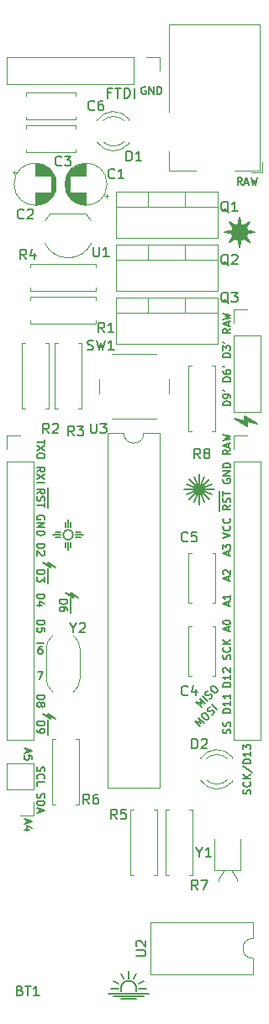
<source format=gto>
G04 #@! TF.GenerationSoftware,KiCad,Pcbnew,5.0.2-bee76a0~70~ubuntu16.04.1*
G04 #@! TF.CreationDate,2020-05-09T17:59:02-07:00*
G04 #@! TF.ProjectId,sunrise-board,73756e72-6973-4652-9d62-6f6172642e6b,v1*
G04 #@! TF.SameCoordinates,Original*
G04 #@! TF.FileFunction,Legend,Top*
G04 #@! TF.FilePolarity,Positive*
%FSLAX46Y46*%
G04 Gerber Fmt 4.6, Leading zero omitted, Abs format (unit mm)*
G04 Created by KiCad (PCBNEW 5.0.2-bee76a0~70~ubuntu16.04.1) date Sat 09 May 2020 05:59:02 PM PDT*
%MOMM*%
%LPD*%
G01*
G04 APERTURE LIST*
%ADD10C,0.152400*%
%ADD11C,0.150000*%
%ADD12C,1.270000*%
%ADD13C,0.762000*%
%ADD14C,0.120000*%
G04 APERTURE END LIST*
D10*
X136906000Y-143256000D02*
X136144000Y-143256000D01*
X138938000Y-143256000D02*
X139700000Y-143256000D01*
X137160002Y-143510000D02*
G75*
G02X138683999Y-143509999I761998J254000D01*
G01*
X136398000Y-144018000D02*
X139446000Y-144018000D01*
X139954000Y-143764000D02*
X135890000Y-143764000D01*
X137922000Y-142240000D02*
X137922000Y-141478000D01*
X138938000Y-142748000D02*
X139446000Y-142494000D01*
X138430000Y-142240000D02*
X138684000Y-141732000D01*
X136906000Y-142748000D02*
X136398000Y-142494000D01*
X137414000Y-142240000D02*
X137160000Y-141732000D01*
X137160000Y-144272000D02*
X138684000Y-144272000D01*
D11*
G36*
X150114000Y-68072000D02*
X148844000Y-67310000D01*
X149352000Y-66802000D01*
X150114000Y-68072000D01*
G37*
X150114000Y-68072000D02*
X148844000Y-67310000D01*
X149352000Y-66802000D01*
X150114000Y-68072000D01*
G36*
X148082000Y-68072000D02*
X148844000Y-66802000D01*
X149352000Y-67310000D01*
X148082000Y-68072000D01*
G37*
X148082000Y-68072000D02*
X148844000Y-66802000D01*
X149352000Y-67310000D01*
X148082000Y-68072000D01*
G36*
X148082000Y-66040000D02*
X149352000Y-66802000D01*
X148844000Y-67310000D01*
X148082000Y-66040000D01*
G37*
X148082000Y-66040000D02*
X149352000Y-66802000D01*
X148844000Y-67310000D01*
X148082000Y-66040000D01*
G36*
X150114000Y-66040000D02*
X149352000Y-67310000D01*
X148844000Y-66802000D01*
X150114000Y-66040000D01*
G37*
X150114000Y-66040000D02*
X149352000Y-67310000D01*
X148844000Y-66802000D01*
X150114000Y-66040000D01*
G36*
X150622000Y-67056000D02*
X149098000Y-67310000D01*
X149098000Y-66802000D01*
X150622000Y-67056000D01*
G37*
X150622000Y-67056000D02*
X149098000Y-67310000D01*
X149098000Y-66802000D01*
X150622000Y-67056000D01*
G36*
X149098000Y-68580000D02*
X148844000Y-67056000D01*
X149352000Y-67056000D01*
X149098000Y-68580000D01*
G37*
X149098000Y-68580000D02*
X148844000Y-67056000D01*
X149352000Y-67056000D01*
X149098000Y-68580000D01*
G36*
X147574000Y-67056000D02*
X149098000Y-66802000D01*
X149098000Y-67310000D01*
X147574000Y-67056000D01*
G37*
X147574000Y-67056000D02*
X149098000Y-66802000D01*
X149098000Y-67310000D01*
X147574000Y-67056000D01*
G36*
X149098000Y-65532000D02*
X149352000Y-67056000D01*
X148844000Y-67056000D01*
X149098000Y-65532000D01*
G37*
X149098000Y-65532000D02*
X149352000Y-67056000D01*
X148844000Y-67056000D01*
X149098000Y-65532000D01*
G36*
X149098000Y-65532000D02*
X149352000Y-67056000D01*
X148844000Y-67056000D01*
X149098000Y-65532000D01*
G37*
X149098000Y-65532000D02*
X149352000Y-67056000D01*
X148844000Y-67056000D01*
X149098000Y-65532000D01*
D12*
X149352000Y-67056000D02*
G75*
G03X149352000Y-67056000I-254000J0D01*
G01*
D10*
X146304000Y-93472000D02*
X143764000Y-92456000D01*
X143764000Y-93472000D02*
X146304000Y-92456000D01*
X145542000Y-91694000D02*
X144526000Y-94234000D01*
X145542000Y-94234000D02*
X144526000Y-91694000D01*
X144018000Y-91948000D02*
X146050000Y-93980000D01*
X144018000Y-93980000D02*
X146050000Y-91948000D01*
X145034000Y-91440000D02*
X145034000Y-94488000D01*
X146558000Y-92964000D02*
X143510000Y-92964000D01*
D13*
X145288000Y-92964000D02*
G75*
G03X145288000Y-92964000I-254000J0D01*
G01*
D10*
X131572000Y-98298000D02*
X131572000Y-98806000D01*
X132080000Y-98806000D02*
X132080000Y-98298000D01*
X131826000Y-98298000D02*
X131826000Y-99060000D01*
X131064000Y-97790000D02*
X130556000Y-97790000D01*
X131064000Y-97282000D02*
X130556000Y-97282000D01*
X131064000Y-97536000D02*
X130302000Y-97536000D01*
X131572000Y-96774000D02*
X131572000Y-96266000D01*
X132080000Y-96774000D02*
X132080000Y-96266000D01*
X131826000Y-96774000D02*
X131826000Y-96012000D01*
X132334000Y-97536000D02*
G75*
G03X132334000Y-97536000I-508000J0D01*
G01*
X132588000Y-97790000D02*
X133096000Y-97790000D01*
X132588000Y-97282000D02*
X133096000Y-97282000D01*
X132588000Y-97536000D02*
X133350000Y-97536000D01*
X149333857Y-62320714D02*
X149079857Y-61957857D01*
X148898428Y-62320714D02*
X148898428Y-61558714D01*
X149188714Y-61558714D01*
X149261285Y-61595000D01*
X149297571Y-61631285D01*
X149333857Y-61703857D01*
X149333857Y-61812714D01*
X149297571Y-61885285D01*
X149261285Y-61921571D01*
X149188714Y-61957857D01*
X148898428Y-61957857D01*
X149624142Y-62103000D02*
X149987000Y-62103000D01*
X149551571Y-62320714D02*
X149805571Y-61558714D01*
X150059571Y-62320714D01*
X150241000Y-61558714D02*
X150422428Y-62320714D01*
X150567571Y-61776428D01*
X150712714Y-62320714D01*
X150894142Y-61558714D01*
X127635000Y-119089714D02*
X127635000Y-119452571D01*
X127417285Y-119017142D02*
X128179285Y-119271142D01*
X127417285Y-119525142D01*
X128179285Y-120142000D02*
X128179285Y-119779142D01*
X127816428Y-119742857D01*
X127852714Y-119779142D01*
X127889000Y-119851714D01*
X127889000Y-120033142D01*
X127852714Y-120105714D01*
X127816428Y-120142000D01*
X127743857Y-120178285D01*
X127562428Y-120178285D01*
X127489857Y-120142000D01*
X127453571Y-120105714D01*
X127417285Y-120033142D01*
X127417285Y-119851714D01*
X127453571Y-119779142D01*
X127489857Y-119742857D01*
X127635000Y-126201714D02*
X127635000Y-126564571D01*
X127417285Y-126129142D02*
X128179285Y-126383142D01*
X127417285Y-126637142D01*
X127925285Y-127217714D02*
X127417285Y-127217714D01*
X128215571Y-127036285D02*
X127671285Y-126854857D01*
X127671285Y-127326571D01*
X148172714Y-84509428D02*
X147410714Y-84509428D01*
X147410714Y-84328000D01*
X147447000Y-84219142D01*
X147519571Y-84146571D01*
X147592142Y-84110285D01*
X147737285Y-84074000D01*
X147846142Y-84074000D01*
X147991285Y-84110285D01*
X148063857Y-84146571D01*
X148136428Y-84219142D01*
X148172714Y-84328000D01*
X148172714Y-84509428D01*
X148172714Y-83711142D02*
X148172714Y-83566000D01*
X148136428Y-83493428D01*
X148100142Y-83457142D01*
X147991285Y-83384571D01*
X147846142Y-83348285D01*
X147555857Y-83348285D01*
X147483285Y-83384571D01*
X147447000Y-83420857D01*
X147410714Y-83493428D01*
X147410714Y-83638571D01*
X147447000Y-83711142D01*
X147483285Y-83747428D01*
X147555857Y-83783714D01*
X147737285Y-83783714D01*
X147809857Y-83747428D01*
X147846142Y-83711142D01*
X147882428Y-83638571D01*
X147882428Y-83493428D01*
X147846142Y-83420857D01*
X147809857Y-83384571D01*
X147737285Y-83348285D01*
X147410714Y-82985428D02*
X147555857Y-83058000D01*
X148172714Y-82078285D02*
X147410714Y-82078285D01*
X147410714Y-81896857D01*
X147447000Y-81788000D01*
X147519571Y-81715428D01*
X147592142Y-81679142D01*
X147737285Y-81642857D01*
X147846142Y-81642857D01*
X147991285Y-81679142D01*
X148063857Y-81715428D01*
X148136428Y-81788000D01*
X148172714Y-81896857D01*
X148172714Y-82078285D01*
X147410714Y-80989714D02*
X147410714Y-81134857D01*
X147447000Y-81207428D01*
X147483285Y-81243714D01*
X147592142Y-81316285D01*
X147737285Y-81352571D01*
X148027571Y-81352571D01*
X148100142Y-81316285D01*
X148136428Y-81280000D01*
X148172714Y-81207428D01*
X148172714Y-81062285D01*
X148136428Y-80989714D01*
X148100142Y-80953428D01*
X148027571Y-80917142D01*
X147846142Y-80917142D01*
X147773571Y-80953428D01*
X147737285Y-80989714D01*
X147701000Y-81062285D01*
X147701000Y-81207428D01*
X147737285Y-81280000D01*
X147773571Y-81316285D01*
X147846142Y-81352571D01*
X147410714Y-80554285D02*
X147555857Y-80626857D01*
X128669142Y-108447840D02*
X129394857Y-108447840D01*
X129177142Y-108777314D02*
X129032000Y-108777314D01*
X128959428Y-108813600D01*
X128923142Y-108849885D01*
X128850571Y-108958742D01*
X128814285Y-109103885D01*
X128814285Y-109394171D01*
X128850571Y-109466742D01*
X128886857Y-109503028D01*
X128959428Y-109539314D01*
X129104571Y-109539314D01*
X129177142Y-109503028D01*
X129213428Y-109466742D01*
X129249714Y-109394171D01*
X129249714Y-109212742D01*
X129213428Y-109140171D01*
X129177142Y-109103885D01*
X129104571Y-109067600D01*
X128959428Y-109067600D01*
X128886857Y-109103885D01*
X128850571Y-109140171D01*
X128814285Y-109212742D01*
X128778000Y-111368114D02*
X129286000Y-111368114D01*
X128959428Y-112130114D01*
D11*
G36*
X148590000Y-85852000D02*
X149860000Y-86614000D01*
X149860000Y-86106000D01*
X150876000Y-86360000D01*
X149606000Y-85598000D01*
X149606000Y-86106000D01*
X148590000Y-85852000D01*
G37*
X148590000Y-85852000D02*
X149860000Y-86614000D01*
X149860000Y-86106000D01*
X150876000Y-86360000D01*
X149606000Y-85598000D01*
X149606000Y-86106000D01*
X148590000Y-85852000D01*
D10*
X148172714Y-79647142D02*
X147410714Y-79647142D01*
X147410714Y-79465714D01*
X147447000Y-79356857D01*
X147519571Y-79284285D01*
X147592142Y-79248000D01*
X147737285Y-79211714D01*
X147846142Y-79211714D01*
X147991285Y-79248000D01*
X148063857Y-79284285D01*
X148136428Y-79356857D01*
X148172714Y-79465714D01*
X148172714Y-79647142D01*
X147410714Y-78957714D02*
X147410714Y-78486000D01*
X147701000Y-78740000D01*
X147701000Y-78631142D01*
X147737285Y-78558571D01*
X147773571Y-78522285D01*
X147846142Y-78486000D01*
X148027571Y-78486000D01*
X148100142Y-78522285D01*
X148136428Y-78558571D01*
X148172714Y-78631142D01*
X148172714Y-78848857D01*
X148136428Y-78921428D01*
X148100142Y-78957714D01*
X147410714Y-78123142D02*
X147555857Y-78195714D01*
X148172714Y-76780571D02*
X147809857Y-77034571D01*
X148172714Y-77216000D02*
X147410714Y-77216000D01*
X147410714Y-76925714D01*
X147447000Y-76853142D01*
X147483285Y-76816857D01*
X147555857Y-76780571D01*
X147664714Y-76780571D01*
X147737285Y-76816857D01*
X147773571Y-76853142D01*
X147809857Y-76925714D01*
X147809857Y-77216000D01*
X147955000Y-76490285D02*
X147955000Y-76127428D01*
X148172714Y-76562857D02*
X147410714Y-76308857D01*
X148172714Y-76054857D01*
X147410714Y-75873428D02*
X148172714Y-75692000D01*
X147628428Y-75546857D01*
X148172714Y-75401714D01*
X147410714Y-75220285D01*
X150168428Y-123643571D02*
X150204714Y-123534714D01*
X150204714Y-123353285D01*
X150168428Y-123280714D01*
X150132142Y-123244428D01*
X150059571Y-123208142D01*
X149987000Y-123208142D01*
X149914428Y-123244428D01*
X149878142Y-123280714D01*
X149841857Y-123353285D01*
X149805571Y-123498428D01*
X149769285Y-123571000D01*
X149733000Y-123607285D01*
X149660428Y-123643571D01*
X149587857Y-123643571D01*
X149515285Y-123607285D01*
X149479000Y-123571000D01*
X149442714Y-123498428D01*
X149442714Y-123317000D01*
X149479000Y-123208142D01*
X150132142Y-122446142D02*
X150168428Y-122482428D01*
X150204714Y-122591285D01*
X150204714Y-122663857D01*
X150168428Y-122772714D01*
X150095857Y-122845285D01*
X150023285Y-122881571D01*
X149878142Y-122917857D01*
X149769285Y-122917857D01*
X149624142Y-122881571D01*
X149551571Y-122845285D01*
X149479000Y-122772714D01*
X149442714Y-122663857D01*
X149442714Y-122591285D01*
X149479000Y-122482428D01*
X149515285Y-122446142D01*
X150204714Y-122119571D02*
X149442714Y-122119571D01*
X150204714Y-121684142D02*
X149769285Y-122010714D01*
X149442714Y-121684142D02*
X149878142Y-122119571D01*
X149406428Y-120813285D02*
X150386142Y-121466428D01*
X150204714Y-120559285D02*
X149442714Y-120559285D01*
X149442714Y-120377857D01*
X149479000Y-120269000D01*
X149551571Y-120196428D01*
X149624142Y-120160142D01*
X149769285Y-120123857D01*
X149878142Y-120123857D01*
X150023285Y-120160142D01*
X150095857Y-120196428D01*
X150168428Y-120269000D01*
X150204714Y-120377857D01*
X150204714Y-120559285D01*
X150204714Y-119398142D02*
X150204714Y-119833571D01*
X150204714Y-119615857D02*
X149442714Y-119615857D01*
X149551571Y-119688428D01*
X149624142Y-119761000D01*
X149660428Y-119833571D01*
X149442714Y-119144142D02*
X149442714Y-118672428D01*
X149733000Y-118926428D01*
X149733000Y-118817571D01*
X149769285Y-118745000D01*
X149805571Y-118708714D01*
X149878142Y-118672428D01*
X150059571Y-118672428D01*
X150132142Y-118708714D01*
X150168428Y-118745000D01*
X150204714Y-118817571D01*
X150204714Y-119035285D01*
X150168428Y-119107857D01*
X150132142Y-119144142D01*
D11*
G36*
X130048000Y-100838000D02*
X130048000Y-100584000D01*
X130556000Y-100838000D01*
X129794000Y-100330000D01*
X129794000Y-100584000D01*
X129286000Y-100330000D01*
X130048000Y-100838000D01*
G37*
X130048000Y-100838000D02*
X130048000Y-100584000D01*
X130556000Y-100838000D01*
X129794000Y-100330000D01*
X129794000Y-100584000D01*
X129286000Y-100330000D01*
X130048000Y-100838000D01*
G36*
X132334000Y-103886000D02*
X132334000Y-103632000D01*
X132842000Y-103886000D01*
X132080000Y-103378000D01*
X132080000Y-103632000D01*
X131572000Y-103378000D01*
X132334000Y-103886000D01*
G37*
X132334000Y-103886000D02*
X132334000Y-103632000D01*
X132842000Y-103886000D01*
X132080000Y-103378000D01*
X132080000Y-103632000D01*
X131572000Y-103378000D01*
X132334000Y-103886000D01*
G36*
X130048000Y-116078000D02*
X130048000Y-115824000D01*
X130556000Y-116078000D01*
X129794000Y-115570000D01*
X129794000Y-115824000D01*
X129286000Y-115570000D01*
X130048000Y-116078000D01*
G37*
X130048000Y-116078000D02*
X130048000Y-115824000D01*
X130556000Y-116078000D01*
X129794000Y-115570000D01*
X129794000Y-115824000D01*
X129286000Y-115570000D01*
X130048000Y-116078000D01*
D10*
X128687285Y-113683142D02*
X129449285Y-113683142D01*
X129449285Y-113864571D01*
X129413000Y-113973428D01*
X129340428Y-114046000D01*
X129267857Y-114082285D01*
X129122714Y-114118571D01*
X129013857Y-114118571D01*
X128868714Y-114082285D01*
X128796142Y-114046000D01*
X128723571Y-113973428D01*
X128687285Y-113864571D01*
X128687285Y-113683142D01*
X129122714Y-114554000D02*
X129159000Y-114481428D01*
X129195285Y-114445142D01*
X129267857Y-114408857D01*
X129304142Y-114408857D01*
X129376714Y-114445142D01*
X129413000Y-114481428D01*
X129449285Y-114554000D01*
X129449285Y-114699142D01*
X129413000Y-114771714D01*
X129376714Y-114808000D01*
X129304142Y-114844285D01*
X129267857Y-114844285D01*
X129195285Y-114808000D01*
X129159000Y-114771714D01*
X129122714Y-114699142D01*
X129122714Y-114554000D01*
X129086428Y-114481428D01*
X129050142Y-114445142D01*
X128977571Y-114408857D01*
X128832428Y-114408857D01*
X128759857Y-114445142D01*
X128723571Y-114481428D01*
X128687285Y-114554000D01*
X128687285Y-114699142D01*
X128723571Y-114771714D01*
X128759857Y-114808000D01*
X128832428Y-114844285D01*
X128977571Y-114844285D01*
X129050142Y-114808000D01*
X129086428Y-114771714D01*
X129122714Y-114699142D01*
X129778760Y-116150571D02*
X129778760Y-116912571D01*
X128687285Y-116332000D02*
X129449285Y-116332000D01*
X129449285Y-116513428D01*
X129413000Y-116622285D01*
X129340428Y-116694857D01*
X129267857Y-116731142D01*
X129122714Y-116767428D01*
X129013857Y-116767428D01*
X128868714Y-116731142D01*
X128796142Y-116694857D01*
X128723571Y-116622285D01*
X128687285Y-116513428D01*
X128687285Y-116332000D01*
X129778760Y-116912571D02*
X129778760Y-117638285D01*
X128687285Y-117130285D02*
X128687285Y-117275428D01*
X128723571Y-117348000D01*
X128759857Y-117384285D01*
X128868714Y-117456857D01*
X129013857Y-117493142D01*
X129304142Y-117493142D01*
X129376714Y-117456857D01*
X129413000Y-117420571D01*
X129449285Y-117348000D01*
X129449285Y-117202857D01*
X129413000Y-117130285D01*
X129376714Y-117094000D01*
X129304142Y-117057714D01*
X129122714Y-117057714D01*
X129050142Y-117094000D01*
X129013857Y-117130285D01*
X128977571Y-117202857D01*
X128977571Y-117348000D01*
X129013857Y-117420571D01*
X129050142Y-117456857D01*
X129122714Y-117493142D01*
X128687285Y-103523142D02*
X129449285Y-103523142D01*
X129449285Y-103704571D01*
X129413000Y-103813428D01*
X129340428Y-103886000D01*
X129267857Y-103922285D01*
X129122714Y-103958571D01*
X129013857Y-103958571D01*
X128868714Y-103922285D01*
X128796142Y-103886000D01*
X128723571Y-103813428D01*
X128687285Y-103704571D01*
X128687285Y-103523142D01*
X129195285Y-104611714D02*
X128687285Y-104611714D01*
X129485571Y-104430285D02*
X128941285Y-104248857D01*
X128941285Y-104720571D01*
X128687285Y-106172000D02*
X129449285Y-106172000D01*
X129449285Y-106353428D01*
X129413000Y-106462285D01*
X129340428Y-106534857D01*
X129267857Y-106571142D01*
X129122714Y-106607428D01*
X129013857Y-106607428D01*
X128868714Y-106571142D01*
X128796142Y-106534857D01*
X128723571Y-106462285D01*
X128687285Y-106353428D01*
X128687285Y-106172000D01*
X129449285Y-107296857D02*
X129449285Y-106934000D01*
X129086428Y-106897714D01*
X129122714Y-106934000D01*
X129159000Y-107006571D01*
X129159000Y-107188000D01*
X129122714Y-107260571D01*
X129086428Y-107296857D01*
X129013857Y-107333142D01*
X128832428Y-107333142D01*
X128759857Y-107296857D01*
X128723571Y-107260571D01*
X128687285Y-107188000D01*
X128687285Y-107006571D01*
X128723571Y-106934000D01*
X128759857Y-106897714D01*
X128687285Y-98443142D02*
X129449285Y-98443142D01*
X129449285Y-98624571D01*
X129413000Y-98733428D01*
X129340428Y-98806000D01*
X129267857Y-98842285D01*
X129122714Y-98878571D01*
X129013857Y-98878571D01*
X128868714Y-98842285D01*
X128796142Y-98806000D01*
X128723571Y-98733428D01*
X128687285Y-98624571D01*
X128687285Y-98443142D01*
X129376714Y-99168857D02*
X129413000Y-99205142D01*
X129449285Y-99277714D01*
X129449285Y-99459142D01*
X129413000Y-99531714D01*
X129376714Y-99568000D01*
X129304142Y-99604285D01*
X129231571Y-99604285D01*
X129122714Y-99568000D01*
X128687285Y-99132571D01*
X128687285Y-99604285D01*
X129778760Y-100910571D02*
X129778760Y-101672571D01*
X128687285Y-101092000D02*
X129449285Y-101092000D01*
X129449285Y-101273428D01*
X129413000Y-101382285D01*
X129340428Y-101454857D01*
X129267857Y-101491142D01*
X129122714Y-101527428D01*
X129013857Y-101527428D01*
X128868714Y-101491142D01*
X128796142Y-101454857D01*
X128723571Y-101382285D01*
X128687285Y-101273428D01*
X128687285Y-101092000D01*
X129778760Y-101672571D02*
X129778760Y-102398285D01*
X129449285Y-101781428D02*
X129449285Y-102253142D01*
X129159000Y-101999142D01*
X129159000Y-102108000D01*
X129122714Y-102180571D01*
X129086428Y-102216857D01*
X129013857Y-102253142D01*
X128832428Y-102253142D01*
X128759857Y-102216857D01*
X128723571Y-102180571D01*
X128687285Y-102108000D01*
X128687285Y-101890285D01*
X128723571Y-101817714D01*
X128759857Y-101781428D01*
X129778760Y-92764428D02*
X129778760Y-93526428D01*
X128687285Y-93381285D02*
X129050142Y-93127285D01*
X128687285Y-92945857D02*
X129449285Y-92945857D01*
X129449285Y-93236142D01*
X129413000Y-93308714D01*
X129376714Y-93345000D01*
X129304142Y-93381285D01*
X129195285Y-93381285D01*
X129122714Y-93345000D01*
X129086428Y-93308714D01*
X129050142Y-93236142D01*
X129050142Y-92945857D01*
X129778760Y-93526428D02*
X129778760Y-94252142D01*
X128723571Y-93671571D02*
X128687285Y-93780428D01*
X128687285Y-93961857D01*
X128723571Y-94034428D01*
X128759857Y-94070714D01*
X128832428Y-94107000D01*
X128905000Y-94107000D01*
X128977571Y-94070714D01*
X129013857Y-94034428D01*
X129050142Y-93961857D01*
X129086428Y-93816714D01*
X129122714Y-93744142D01*
X129159000Y-93707857D01*
X129231571Y-93671571D01*
X129304142Y-93671571D01*
X129376714Y-93707857D01*
X129413000Y-93744142D01*
X129449285Y-93816714D01*
X129449285Y-93998142D01*
X129413000Y-94107000D01*
X129778760Y-94252142D02*
X129778760Y-94832714D01*
X129449285Y-94324714D02*
X129449285Y-94760142D01*
X128687285Y-94542428D02*
X129449285Y-94542428D01*
X129413000Y-95993857D02*
X129449285Y-95921285D01*
X129449285Y-95812428D01*
X129413000Y-95703571D01*
X129340428Y-95631000D01*
X129267857Y-95594714D01*
X129122714Y-95558428D01*
X129013857Y-95558428D01*
X128868714Y-95594714D01*
X128796142Y-95631000D01*
X128723571Y-95703571D01*
X128687285Y-95812428D01*
X128687285Y-95885000D01*
X128723571Y-95993857D01*
X128759857Y-96030142D01*
X129013857Y-96030142D01*
X129013857Y-95885000D01*
X128687285Y-96356714D02*
X129449285Y-96356714D01*
X128687285Y-96792142D01*
X129449285Y-96792142D01*
X128687285Y-97155000D02*
X129449285Y-97155000D01*
X129449285Y-97336428D01*
X129413000Y-97445285D01*
X129340428Y-97517857D01*
X129267857Y-97554142D01*
X129122714Y-97590428D01*
X129013857Y-97590428D01*
X128868714Y-97554142D01*
X128796142Y-97517857D01*
X128723571Y-97445285D01*
X128687285Y-97336428D01*
X128687285Y-97155000D01*
X129449285Y-87974714D02*
X129449285Y-88410142D01*
X128687285Y-88192428D02*
X129449285Y-88192428D01*
X129449285Y-88591571D02*
X128687285Y-89099571D01*
X129449285Y-89099571D02*
X128687285Y-88591571D01*
X129449285Y-89535000D02*
X129449285Y-89680142D01*
X129413000Y-89752714D01*
X129340428Y-89825285D01*
X129195285Y-89861571D01*
X128941285Y-89861571D01*
X128796142Y-89825285D01*
X128723571Y-89752714D01*
X128687285Y-89680142D01*
X128687285Y-89535000D01*
X128723571Y-89462428D01*
X128796142Y-89389857D01*
X128941285Y-89353571D01*
X129195285Y-89353571D01*
X129340428Y-89389857D01*
X129413000Y-89462428D01*
X129449285Y-89535000D01*
X128687285Y-91204142D02*
X129050142Y-90950142D01*
X128687285Y-90768714D02*
X129449285Y-90768714D01*
X129449285Y-91059000D01*
X129413000Y-91131571D01*
X129376714Y-91167857D01*
X129304142Y-91204142D01*
X129195285Y-91204142D01*
X129122714Y-91167857D01*
X129086428Y-91131571D01*
X129050142Y-91059000D01*
X129050142Y-90768714D01*
X129449285Y-91458142D02*
X128687285Y-91966142D01*
X129449285Y-91966142D02*
X128687285Y-91458142D01*
X128687285Y-92256428D02*
X129449285Y-92256428D01*
X145253361Y-114922151D02*
X144714546Y-114383336D01*
X145279019Y-114588599D01*
X145073756Y-114024126D01*
X145612572Y-114562941D01*
X145869150Y-114306362D02*
X145330335Y-113767547D01*
X146074413Y-114049783D02*
X146177045Y-113998468D01*
X146305334Y-113870178D01*
X146330992Y-113793205D01*
X146330992Y-113741889D01*
X146305334Y-113664915D01*
X146254019Y-113613600D01*
X146177045Y-113587942D01*
X146125729Y-113587942D01*
X146048756Y-113613600D01*
X145920466Y-113690573D01*
X145843493Y-113716231D01*
X145792177Y-113716231D01*
X145715203Y-113690573D01*
X145663887Y-113639257D01*
X145638230Y-113562284D01*
X145638230Y-113510968D01*
X145663887Y-113433994D01*
X145792177Y-113305705D01*
X145894808Y-113254389D01*
X146202703Y-112895179D02*
X146305334Y-112792548D01*
X146382308Y-112766890D01*
X146484939Y-112766890D01*
X146613229Y-112843863D01*
X146792834Y-113023468D01*
X146869808Y-113151758D01*
X146869808Y-113254389D01*
X146844150Y-113331363D01*
X146741518Y-113433994D01*
X146664545Y-113459652D01*
X146561913Y-113459652D01*
X146433624Y-113382679D01*
X146254019Y-113203074D01*
X146177045Y-113074784D01*
X146177045Y-112972153D01*
X146202703Y-112895179D01*
X145143032Y-116864452D02*
X144604217Y-116325637D01*
X145168690Y-116530900D01*
X144963427Y-115966427D01*
X145502243Y-116505242D01*
X145322638Y-115607216D02*
X145425269Y-115504585D01*
X145502243Y-115478927D01*
X145604874Y-115478927D01*
X145733164Y-115555901D01*
X145912769Y-115735506D01*
X145989742Y-115863795D01*
X145989742Y-115966427D01*
X145964084Y-116043400D01*
X145861453Y-116146032D01*
X145784479Y-116171690D01*
X145681848Y-116171690D01*
X145553558Y-116094716D01*
X145373953Y-115915111D01*
X145296980Y-115786821D01*
X145296980Y-115684190D01*
X145322638Y-115607216D01*
X146271979Y-115684190D02*
X146374610Y-115632874D01*
X146502900Y-115504585D01*
X146528558Y-115427611D01*
X146528558Y-115376295D01*
X146502900Y-115299322D01*
X146451584Y-115248006D01*
X146374610Y-115222348D01*
X146323295Y-115222348D01*
X146246321Y-115248006D01*
X146118032Y-115324980D01*
X146041058Y-115350638D01*
X145989742Y-115350638D01*
X145912769Y-115324980D01*
X145861453Y-115273664D01*
X145835795Y-115196690D01*
X145835795Y-115145375D01*
X145861453Y-115068401D01*
X145989742Y-114940112D01*
X146092374Y-114888796D01*
X146836452Y-115171032D02*
X146297637Y-114632217D01*
X147955000Y-102144285D02*
X147955000Y-101781428D01*
X148172714Y-102216857D02*
X147410714Y-101962857D01*
X148172714Y-101708857D01*
X147483285Y-101491142D02*
X147447000Y-101454857D01*
X147410714Y-101382285D01*
X147410714Y-101200857D01*
X147447000Y-101128285D01*
X147483285Y-101092000D01*
X147555857Y-101055714D01*
X147628428Y-101055714D01*
X147737285Y-101092000D01*
X148172714Y-101527428D01*
X148172714Y-101055714D01*
X147955000Y-99604285D02*
X147955000Y-99241428D01*
X148172714Y-99676857D02*
X147410714Y-99422857D01*
X148172714Y-99168857D01*
X147410714Y-98987428D02*
X147410714Y-98515714D01*
X147701000Y-98769714D01*
X147701000Y-98660857D01*
X147737285Y-98588285D01*
X147773571Y-98552000D01*
X147846142Y-98515714D01*
X148027571Y-98515714D01*
X148100142Y-98552000D01*
X148136428Y-98588285D01*
X148172714Y-98660857D01*
X148172714Y-98878571D01*
X148136428Y-98951142D01*
X148100142Y-98987428D01*
X147955000Y-107224285D02*
X147955000Y-106861428D01*
X148172714Y-107296857D02*
X147410714Y-107042857D01*
X148172714Y-106788857D01*
X147410714Y-106389714D02*
X147410714Y-106317142D01*
X147447000Y-106244571D01*
X147483285Y-106208285D01*
X147555857Y-106172000D01*
X147701000Y-106135714D01*
X147882428Y-106135714D01*
X148027571Y-106172000D01*
X148100142Y-106208285D01*
X148136428Y-106244571D01*
X148172714Y-106317142D01*
X148172714Y-106389714D01*
X148136428Y-106462285D01*
X148100142Y-106498571D01*
X148027571Y-106534857D01*
X147882428Y-106571142D01*
X147701000Y-106571142D01*
X147555857Y-106534857D01*
X147483285Y-106498571D01*
X147447000Y-106462285D01*
X147410714Y-106389714D01*
X147955000Y-104684285D02*
X147955000Y-104321428D01*
X148172714Y-104756857D02*
X147410714Y-104502857D01*
X148172714Y-104248857D01*
X148172714Y-103595714D02*
X148172714Y-104031142D01*
X148172714Y-103813428D02*
X147410714Y-103813428D01*
X147519571Y-103886000D01*
X147592142Y-103958571D01*
X147628428Y-104031142D01*
X148172714Y-112830428D02*
X147410714Y-112830428D01*
X147410714Y-112649000D01*
X147447000Y-112540142D01*
X147519571Y-112467571D01*
X147592142Y-112431285D01*
X147737285Y-112395000D01*
X147846142Y-112395000D01*
X147991285Y-112431285D01*
X148063857Y-112467571D01*
X148136428Y-112540142D01*
X148172714Y-112649000D01*
X148172714Y-112830428D01*
X148172714Y-111669285D02*
X148172714Y-112104714D01*
X148172714Y-111887000D02*
X147410714Y-111887000D01*
X147519571Y-111959571D01*
X147592142Y-112032142D01*
X147628428Y-112104714D01*
X147483285Y-111379000D02*
X147447000Y-111342714D01*
X147410714Y-111270142D01*
X147410714Y-111088714D01*
X147447000Y-111016142D01*
X147483285Y-110979857D01*
X147555857Y-110943571D01*
X147628428Y-110943571D01*
X147737285Y-110979857D01*
X148172714Y-111415285D01*
X148172714Y-110943571D01*
X148136428Y-110072714D02*
X148172714Y-109963857D01*
X148172714Y-109782428D01*
X148136428Y-109709857D01*
X148100142Y-109673571D01*
X148027571Y-109637285D01*
X147955000Y-109637285D01*
X147882428Y-109673571D01*
X147846142Y-109709857D01*
X147809857Y-109782428D01*
X147773571Y-109927571D01*
X147737285Y-110000142D01*
X147701000Y-110036428D01*
X147628428Y-110072714D01*
X147555857Y-110072714D01*
X147483285Y-110036428D01*
X147447000Y-110000142D01*
X147410714Y-109927571D01*
X147410714Y-109746142D01*
X147447000Y-109637285D01*
X148100142Y-108875285D02*
X148136428Y-108911571D01*
X148172714Y-109020428D01*
X148172714Y-109093000D01*
X148136428Y-109201857D01*
X148063857Y-109274428D01*
X147991285Y-109310714D01*
X147846142Y-109347000D01*
X147737285Y-109347000D01*
X147592142Y-109310714D01*
X147519571Y-109274428D01*
X147447000Y-109201857D01*
X147410714Y-109093000D01*
X147410714Y-109020428D01*
X147447000Y-108911571D01*
X147483285Y-108875285D01*
X148172714Y-108548714D02*
X147410714Y-108548714D01*
X148172714Y-108113285D02*
X147737285Y-108439857D01*
X147410714Y-108113285D02*
X147846142Y-108548714D01*
X147410714Y-97844428D02*
X148172714Y-97590428D01*
X147410714Y-97336428D01*
X148100142Y-96647000D02*
X148136428Y-96683285D01*
X148172714Y-96792142D01*
X148172714Y-96864714D01*
X148136428Y-96973571D01*
X148063857Y-97046142D01*
X147991285Y-97082428D01*
X147846142Y-97118714D01*
X147737285Y-97118714D01*
X147592142Y-97082428D01*
X147519571Y-97046142D01*
X147447000Y-96973571D01*
X147410714Y-96864714D01*
X147410714Y-96792142D01*
X147447000Y-96683285D01*
X147483285Y-96647000D01*
X148100142Y-95885000D02*
X148136428Y-95921285D01*
X148172714Y-96030142D01*
X148172714Y-96102714D01*
X148136428Y-96211571D01*
X148063857Y-96284142D01*
X147991285Y-96320428D01*
X147846142Y-96356714D01*
X147737285Y-96356714D01*
X147592142Y-96320428D01*
X147519571Y-96284142D01*
X147447000Y-96211571D01*
X147410714Y-96102714D01*
X147410714Y-96030142D01*
X147447000Y-95921285D01*
X147483285Y-95885000D01*
X147081240Y-95159285D02*
X147081240Y-94397285D01*
X148172714Y-94542428D02*
X147809857Y-94796428D01*
X148172714Y-94977857D02*
X147410714Y-94977857D01*
X147410714Y-94687571D01*
X147447000Y-94615000D01*
X147483285Y-94578714D01*
X147555857Y-94542428D01*
X147664714Y-94542428D01*
X147737285Y-94578714D01*
X147773571Y-94615000D01*
X147809857Y-94687571D01*
X147809857Y-94977857D01*
X147081240Y-94397285D02*
X147081240Y-93671571D01*
X148136428Y-94252142D02*
X148172714Y-94143285D01*
X148172714Y-93961857D01*
X148136428Y-93889285D01*
X148100142Y-93853000D01*
X148027571Y-93816714D01*
X147955000Y-93816714D01*
X147882428Y-93853000D01*
X147846142Y-93889285D01*
X147809857Y-93961857D01*
X147773571Y-94107000D01*
X147737285Y-94179571D01*
X147701000Y-94215857D01*
X147628428Y-94252142D01*
X147555857Y-94252142D01*
X147483285Y-94215857D01*
X147447000Y-94179571D01*
X147410714Y-94107000D01*
X147410714Y-93925571D01*
X147447000Y-93816714D01*
X147081240Y-93671571D02*
X147081240Y-93091000D01*
X147410714Y-93599000D02*
X147410714Y-93163571D01*
X148172714Y-93381285D02*
X147410714Y-93381285D01*
X147447000Y-91929857D02*
X147410714Y-92002428D01*
X147410714Y-92111285D01*
X147447000Y-92220142D01*
X147519571Y-92292714D01*
X147592142Y-92329000D01*
X147737285Y-92365285D01*
X147846142Y-92365285D01*
X147991285Y-92329000D01*
X148063857Y-92292714D01*
X148136428Y-92220142D01*
X148172714Y-92111285D01*
X148172714Y-92038714D01*
X148136428Y-91929857D01*
X148100142Y-91893571D01*
X147846142Y-91893571D01*
X147846142Y-92038714D01*
X148172714Y-91567000D02*
X147410714Y-91567000D01*
X148172714Y-91131571D01*
X147410714Y-91131571D01*
X148172714Y-90768714D02*
X147410714Y-90768714D01*
X147410714Y-90587285D01*
X147447000Y-90478428D01*
X147519571Y-90405857D01*
X147592142Y-90369571D01*
X147737285Y-90333285D01*
X147846142Y-90333285D01*
X147991285Y-90369571D01*
X148063857Y-90405857D01*
X148136428Y-90478428D01*
X148172714Y-90587285D01*
X148172714Y-90768714D01*
X148172714Y-88990714D02*
X147809857Y-89244714D01*
X148172714Y-89426142D02*
X147410714Y-89426142D01*
X147410714Y-89135857D01*
X147447000Y-89063285D01*
X147483285Y-89027000D01*
X147555857Y-88990714D01*
X147664714Y-88990714D01*
X147737285Y-89027000D01*
X147773571Y-89063285D01*
X147809857Y-89135857D01*
X147809857Y-89426142D01*
X147955000Y-88700428D02*
X147955000Y-88337571D01*
X148172714Y-88773000D02*
X147410714Y-88519000D01*
X148172714Y-88265000D01*
X147410714Y-88083571D02*
X148172714Y-87902142D01*
X147628428Y-87757000D01*
X148172714Y-87611857D01*
X147410714Y-87430428D01*
X148136428Y-117547571D02*
X148172714Y-117438714D01*
X148172714Y-117257285D01*
X148136428Y-117184714D01*
X148100142Y-117148428D01*
X148027571Y-117112142D01*
X147955000Y-117112142D01*
X147882428Y-117148428D01*
X147846142Y-117184714D01*
X147809857Y-117257285D01*
X147773571Y-117402428D01*
X147737285Y-117475000D01*
X147701000Y-117511285D01*
X147628428Y-117547571D01*
X147555857Y-117547571D01*
X147483285Y-117511285D01*
X147447000Y-117475000D01*
X147410714Y-117402428D01*
X147410714Y-117221000D01*
X147447000Y-117112142D01*
X148136428Y-116821857D02*
X148172714Y-116713000D01*
X148172714Y-116531571D01*
X148136428Y-116459000D01*
X148100142Y-116422714D01*
X148027571Y-116386428D01*
X147955000Y-116386428D01*
X147882428Y-116422714D01*
X147846142Y-116459000D01*
X147809857Y-116531571D01*
X147773571Y-116676714D01*
X147737285Y-116749285D01*
X147701000Y-116785571D01*
X147628428Y-116821857D01*
X147555857Y-116821857D01*
X147483285Y-116785571D01*
X147447000Y-116749285D01*
X147410714Y-116676714D01*
X147410714Y-116495285D01*
X147447000Y-116386428D01*
X148172714Y-115479285D02*
X147410714Y-115479285D01*
X147410714Y-115297857D01*
X147447000Y-115189000D01*
X147519571Y-115116428D01*
X147592142Y-115080142D01*
X147737285Y-115043857D01*
X147846142Y-115043857D01*
X147991285Y-115080142D01*
X148063857Y-115116428D01*
X148136428Y-115189000D01*
X148172714Y-115297857D01*
X148172714Y-115479285D01*
X148172714Y-114318142D02*
X148172714Y-114753571D01*
X148172714Y-114535857D02*
X147410714Y-114535857D01*
X147519571Y-114608428D01*
X147592142Y-114681000D01*
X147628428Y-114753571D01*
X148172714Y-113592428D02*
X148172714Y-114027857D01*
X148172714Y-113810142D02*
X147410714Y-113810142D01*
X147519571Y-113882714D01*
X147592142Y-113955285D01*
X147628428Y-114027857D01*
X136168190Y-53013428D02*
X135829523Y-53013428D01*
X135829523Y-53545619D02*
X135829523Y-52529619D01*
X136313333Y-52529619D01*
X136555238Y-52529619D02*
X137135809Y-52529619D01*
X136845523Y-53545619D02*
X136845523Y-52529619D01*
X137474476Y-53545619D02*
X137474476Y-52529619D01*
X137716380Y-52529619D01*
X137861523Y-52578000D01*
X137958285Y-52674761D01*
X138006666Y-52771523D01*
X138055047Y-52965047D01*
X138055047Y-53110190D01*
X138006666Y-53303714D01*
X137958285Y-53400476D01*
X137861523Y-53497238D01*
X137716380Y-53545619D01*
X137474476Y-53545619D01*
X138490476Y-53545619D02*
X138490476Y-52529619D01*
X139627428Y-52451000D02*
X139554857Y-52414714D01*
X139446000Y-52414714D01*
X139337142Y-52451000D01*
X139264571Y-52523571D01*
X139228285Y-52596142D01*
X139192000Y-52741285D01*
X139192000Y-52850142D01*
X139228285Y-52995285D01*
X139264571Y-53067857D01*
X139337142Y-53140428D01*
X139446000Y-53176714D01*
X139518571Y-53176714D01*
X139627428Y-53140428D01*
X139663714Y-53104142D01*
X139663714Y-52850142D01*
X139518571Y-52850142D01*
X139990285Y-53176714D02*
X139990285Y-52414714D01*
X140425714Y-53176714D01*
X140425714Y-52414714D01*
X140788571Y-53176714D02*
X140788571Y-52414714D01*
X140970000Y-52414714D01*
X141078857Y-52451000D01*
X141151428Y-52523571D01*
X141187714Y-52596142D01*
X141224000Y-52741285D01*
X141224000Y-52850142D01*
X141187714Y-52995285D01*
X141151428Y-53067857D01*
X141078857Y-53140428D01*
X140970000Y-53176714D01*
X140788571Y-53176714D01*
X132064760Y-103904142D02*
X132064760Y-104666142D01*
X130973285Y-104085571D02*
X131735285Y-104085571D01*
X131735285Y-104267000D01*
X131699000Y-104375857D01*
X131626428Y-104448428D01*
X131553857Y-104484714D01*
X131408714Y-104521000D01*
X131299857Y-104521000D01*
X131154714Y-104484714D01*
X131082142Y-104448428D01*
X131009571Y-104375857D01*
X130973285Y-104267000D01*
X130973285Y-104085571D01*
X132064760Y-104666142D02*
X132064760Y-105391857D01*
X131735285Y-105174142D02*
X131735285Y-105029000D01*
X131699000Y-104956428D01*
X131662714Y-104920142D01*
X131553857Y-104847571D01*
X131408714Y-104811285D01*
X131118428Y-104811285D01*
X131045857Y-104847571D01*
X131009571Y-104883857D01*
X130973285Y-104956428D01*
X130973285Y-105101571D01*
X131009571Y-105174142D01*
X131045857Y-105210428D01*
X131118428Y-105246714D01*
X131299857Y-105246714D01*
X131372428Y-105210428D01*
X131408714Y-105174142D01*
X131445000Y-105101571D01*
X131445000Y-104956428D01*
X131408714Y-104883857D01*
X131372428Y-104847571D01*
X131299857Y-104811285D01*
X128723571Y-120922142D02*
X128687285Y-121031000D01*
X128687285Y-121212428D01*
X128723571Y-121285000D01*
X128759857Y-121321285D01*
X128832428Y-121357571D01*
X128905000Y-121357571D01*
X128977571Y-121321285D01*
X129013857Y-121285000D01*
X129050142Y-121212428D01*
X129086428Y-121067285D01*
X129122714Y-120994714D01*
X129159000Y-120958428D01*
X129231571Y-120922142D01*
X129304142Y-120922142D01*
X129376714Y-120958428D01*
X129413000Y-120994714D01*
X129449285Y-121067285D01*
X129449285Y-121248714D01*
X129413000Y-121357571D01*
X128759857Y-122119571D02*
X128723571Y-122083285D01*
X128687285Y-121974428D01*
X128687285Y-121901857D01*
X128723571Y-121793000D01*
X128796142Y-121720428D01*
X128868714Y-121684142D01*
X129013857Y-121647857D01*
X129122714Y-121647857D01*
X129267857Y-121684142D01*
X129340428Y-121720428D01*
X129413000Y-121793000D01*
X129449285Y-121901857D01*
X129449285Y-121974428D01*
X129413000Y-122083285D01*
X129376714Y-122119571D01*
X128687285Y-122809000D02*
X128687285Y-122446142D01*
X129449285Y-122446142D01*
X128723571Y-123607285D02*
X128687285Y-123716142D01*
X128687285Y-123897571D01*
X128723571Y-123970142D01*
X128759857Y-124006428D01*
X128832428Y-124042714D01*
X128905000Y-124042714D01*
X128977571Y-124006428D01*
X129013857Y-123970142D01*
X129050142Y-123897571D01*
X129086428Y-123752428D01*
X129122714Y-123679857D01*
X129159000Y-123643571D01*
X129231571Y-123607285D01*
X129304142Y-123607285D01*
X129376714Y-123643571D01*
X129413000Y-123679857D01*
X129449285Y-123752428D01*
X129449285Y-123933857D01*
X129413000Y-124042714D01*
X128687285Y-124369285D02*
X129449285Y-124369285D01*
X129449285Y-124550714D01*
X129413000Y-124659571D01*
X129340428Y-124732142D01*
X129267857Y-124768428D01*
X129122714Y-124804714D01*
X129013857Y-124804714D01*
X128868714Y-124768428D01*
X128796142Y-124732142D01*
X128723571Y-124659571D01*
X128687285Y-124550714D01*
X128687285Y-124369285D01*
X128905000Y-125095000D02*
X128905000Y-125457857D01*
X128687285Y-125022428D02*
X129449285Y-125276428D01*
X128687285Y-125530428D01*
D14*
G04 #@! TO.C,Y2*
X129618000Y-112030000D02*
X129618000Y-109030000D01*
X133018000Y-112030000D02*
X133018000Y-109030000D01*
X130269039Y-113367790D02*
G75*
G02X129618000Y-112030000I1048961J1337790D01*
G01*
X130269039Y-107692210D02*
G75*
G03X129618000Y-109030000I1048961J-1337790D01*
G01*
X132366961Y-113367790D02*
G75*
G03X133018000Y-112030000I-1048961J1337790D01*
G01*
X132366961Y-107692210D02*
G75*
G02X133018000Y-109030000I-1048961J-1337790D01*
G01*
G04 #@! TO.C,Y1*
X149194000Y-128146000D02*
X149194000Y-131296000D01*
X149194000Y-131296000D02*
X146594000Y-131296000D01*
X146594000Y-131296000D02*
X146594000Y-128146000D01*
X148244000Y-131296000D02*
X148844000Y-132196000D01*
X148844000Y-132196000D02*
X148844000Y-132396000D01*
X147544000Y-131296000D02*
X146944000Y-132196000D01*
X146944000Y-132196000D02*
X146944000Y-132396000D01*
G04 #@! TO.C,U3*
X139430000Y-87316000D02*
G75*
G02X137430000Y-87316000I-1000000J0D01*
G01*
X137430000Y-87316000D02*
X135780000Y-87316000D01*
X135780000Y-87316000D02*
X135780000Y-122996000D01*
X135780000Y-122996000D02*
X141080000Y-122996000D01*
X141080000Y-122996000D02*
X141080000Y-87316000D01*
X141080000Y-87316000D02*
X139430000Y-87316000D01*
G04 #@! TO.C,U2*
X150428000Y-140192000D02*
G75*
G02X150428000Y-138192000I0J1000000D01*
G01*
X150428000Y-138192000D02*
X150428000Y-136542000D01*
X150428000Y-136542000D02*
X140148000Y-136542000D01*
X140148000Y-136542000D02*
X140148000Y-141842000D01*
X140148000Y-141842000D02*
X150428000Y-141842000D01*
X150428000Y-141842000D02*
X150428000Y-140192000D01*
G04 #@! TO.C,U1*
X133626000Y-65206000D02*
X130026000Y-65206000D01*
X134150184Y-65933205D02*
G75*
G03X133626000Y-65206000I-2324184J-1122795D01*
G01*
X134182400Y-68154807D02*
G75*
G02X131826000Y-69656000I-2356400J1098807D01*
G01*
X129469600Y-68154807D02*
G75*
G03X131826000Y-69656000I2356400J1098807D01*
G01*
X129501816Y-65933205D02*
G75*
G02X130026000Y-65206000I2324184J-1122795D01*
G01*
G04 #@! TO.C,R8*
X146328000Y-80550000D02*
X146658000Y-80550000D01*
X146658000Y-80550000D02*
X146658000Y-87090000D01*
X146658000Y-87090000D02*
X146328000Y-87090000D01*
X144248000Y-80550000D02*
X143918000Y-80550000D01*
X143918000Y-80550000D02*
X143918000Y-87090000D01*
X143918000Y-87090000D02*
X144248000Y-87090000D01*
G04 #@! TO.C,R7*
X144372000Y-125254000D02*
X144042000Y-125254000D01*
X144372000Y-131794000D02*
X144372000Y-125254000D01*
X144042000Y-131794000D02*
X144372000Y-131794000D01*
X141632000Y-125254000D02*
X141962000Y-125254000D01*
X141632000Y-131794000D02*
X141632000Y-125254000D01*
X141962000Y-131794000D02*
X141632000Y-131794000D01*
G04 #@! TO.C,R6*
X130532000Y-124682000D02*
X130202000Y-124682000D01*
X130202000Y-124682000D02*
X130202000Y-118142000D01*
X130202000Y-118142000D02*
X130532000Y-118142000D01*
X132612000Y-124682000D02*
X132942000Y-124682000D01*
X132942000Y-124682000D02*
X132942000Y-118142000D01*
X132942000Y-118142000D02*
X132612000Y-118142000D01*
G04 #@! TO.C,R5*
X140816000Y-125254000D02*
X140486000Y-125254000D01*
X140816000Y-131794000D02*
X140816000Y-125254000D01*
X140486000Y-131794000D02*
X140816000Y-131794000D01*
X138076000Y-125254000D02*
X138406000Y-125254000D01*
X138076000Y-131794000D02*
X138076000Y-125254000D01*
X138406000Y-131794000D02*
X138076000Y-131794000D01*
G04 #@! TO.C,R4*
X134588000Y-72998000D02*
X134588000Y-72668000D01*
X128048000Y-72998000D02*
X134588000Y-72998000D01*
X128048000Y-72668000D02*
X128048000Y-72998000D01*
X134588000Y-70258000D02*
X134588000Y-70588000D01*
X128048000Y-70258000D02*
X134588000Y-70258000D01*
X128048000Y-70588000D02*
X128048000Y-70258000D01*
G04 #@! TO.C,R3*
X130456000Y-84804000D02*
X130786000Y-84804000D01*
X130456000Y-78264000D02*
X130456000Y-84804000D01*
X130786000Y-78264000D02*
X130456000Y-78264000D01*
X133196000Y-84804000D02*
X132866000Y-84804000D01*
X133196000Y-78264000D02*
X133196000Y-84804000D01*
X132866000Y-78264000D02*
X133196000Y-78264000D01*
G04 #@! TO.C,R2*
X127154000Y-84804000D02*
X127484000Y-84804000D01*
X127154000Y-78264000D02*
X127154000Y-84804000D01*
X127484000Y-78264000D02*
X127154000Y-78264000D01*
X129894000Y-84804000D02*
X129564000Y-84804000D01*
X129894000Y-78264000D02*
X129894000Y-84804000D01*
X129564000Y-78264000D02*
X129894000Y-78264000D01*
G04 #@! TO.C,R1*
X134588000Y-75970000D02*
X134588000Y-76300000D01*
X134588000Y-76300000D02*
X128048000Y-76300000D01*
X128048000Y-76300000D02*
X128048000Y-75970000D01*
X134588000Y-73890000D02*
X134588000Y-73560000D01*
X134588000Y-73560000D02*
X128048000Y-73560000D01*
X128048000Y-73560000D02*
X128048000Y-73890000D01*
G04 #@! TO.C,Q3*
X136612000Y-73692000D02*
X146852000Y-73692000D01*
X136612000Y-78333000D02*
X146852000Y-78333000D01*
X136612000Y-73692000D02*
X136612000Y-78333000D01*
X146852000Y-73692000D02*
X146852000Y-78333000D01*
X136612000Y-75202000D02*
X146852000Y-75202000D01*
X139882000Y-73692000D02*
X139882000Y-75202000D01*
X143583000Y-73692000D02*
X143583000Y-75202000D01*
G04 #@! TO.C,Q2*
X143583000Y-68358000D02*
X143583000Y-69868000D01*
X139882000Y-68358000D02*
X139882000Y-69868000D01*
X136612000Y-69868000D02*
X146852000Y-69868000D01*
X146852000Y-68358000D02*
X146852000Y-72999000D01*
X136612000Y-68358000D02*
X136612000Y-72999000D01*
X136612000Y-72999000D02*
X146852000Y-72999000D01*
X136612000Y-68358000D02*
X146852000Y-68358000D01*
G04 #@! TO.C,Q1*
X136612000Y-63024000D02*
X146852000Y-63024000D01*
X136612000Y-67665000D02*
X146852000Y-67665000D01*
X136612000Y-63024000D02*
X136612000Y-67665000D01*
X146852000Y-63024000D02*
X146852000Y-67665000D01*
X136612000Y-64534000D02*
X146852000Y-64534000D01*
X139882000Y-63024000D02*
X139882000Y-64534000D01*
X143583000Y-63024000D02*
X143583000Y-64534000D01*
G04 #@! TO.C,J6*
X128330000Y-120590000D02*
X125670000Y-120590000D01*
X128330000Y-123190000D02*
X128330000Y-120590000D01*
X125670000Y-123190000D02*
X125670000Y-120590000D01*
X128330000Y-123190000D02*
X125670000Y-123190000D01*
X128330000Y-124460000D02*
X128330000Y-125790000D01*
X128330000Y-125790000D02*
X127000000Y-125790000D01*
G04 #@! TO.C,J5*
X148530000Y-85150000D02*
X151190000Y-85150000D01*
X148530000Y-77470000D02*
X148530000Y-85150000D01*
X151190000Y-77470000D02*
X151190000Y-85150000D01*
X148530000Y-77470000D02*
X151190000Y-77470000D01*
X148530000Y-76200000D02*
X148530000Y-74870000D01*
X148530000Y-74870000D02*
X149860000Y-74870000D01*
G04 #@! TO.C,J4*
X148530000Y-87570000D02*
X149860000Y-87570000D01*
X148530000Y-88900000D02*
X148530000Y-87570000D01*
X148530000Y-90170000D02*
X151190000Y-90170000D01*
X151190000Y-90170000D02*
X151190000Y-118170000D01*
X148530000Y-90170000D02*
X148530000Y-118170000D01*
X148530000Y-118170000D02*
X151190000Y-118170000D01*
G04 #@! TO.C,J3*
X125670000Y-49470000D02*
X125670000Y-52130000D01*
X138430000Y-49470000D02*
X125670000Y-49470000D01*
X138430000Y-52130000D02*
X125670000Y-52130000D01*
X138430000Y-49470000D02*
X138430000Y-52130000D01*
X139700000Y-49470000D02*
X141030000Y-49470000D01*
X141030000Y-49470000D02*
X141030000Y-50800000D01*
G04 #@! TO.C,J2*
X125670000Y-118170000D02*
X128330000Y-118170000D01*
X125670000Y-90170000D02*
X125670000Y-118170000D01*
X128330000Y-90170000D02*
X128330000Y-118170000D01*
X125670000Y-90170000D02*
X128330000Y-90170000D01*
X125670000Y-88900000D02*
X125670000Y-87570000D01*
X125670000Y-87570000D02*
X127000000Y-87570000D01*
G04 #@! TO.C,J1*
X150308000Y-61044000D02*
X151358000Y-61044000D01*
X151358000Y-59994000D02*
X151358000Y-61044000D01*
X141958000Y-54944000D02*
X141958000Y-46144000D01*
X141958000Y-46144000D02*
X151158000Y-46144000D01*
X144658000Y-60844000D02*
X141958000Y-60844000D01*
X141958000Y-60844000D02*
X141958000Y-58944000D01*
X151158000Y-46144000D02*
X151158000Y-60844000D01*
X151158000Y-60844000D02*
X148558000Y-60844000D01*
G04 #@! TO.C,D2*
X145139665Y-122236608D02*
G75*
G03X148372000Y-122393516I1672335J1078608D01*
G01*
X145139665Y-120079392D02*
G75*
G02X148372000Y-119922484I1672335J-1078608D01*
G01*
X145770870Y-122237837D02*
G75*
G03X147852961Y-122238000I1041130J1079837D01*
G01*
X145770870Y-120078163D02*
G75*
G02X147852961Y-120078000I1041130J-1079837D01*
G01*
X148372000Y-122394000D02*
X148372000Y-122238000D01*
X148372000Y-120078000D02*
X148372000Y-119922000D01*
G04 #@! TO.C,D1*
X137958000Y-55816000D02*
X137958000Y-55660000D01*
X137958000Y-58132000D02*
X137958000Y-57976000D01*
X135356870Y-55816163D02*
G75*
G02X137438961Y-55816000I1041130J-1079837D01*
G01*
X135356870Y-57975837D02*
G75*
G03X137438961Y-57976000I1041130J1079837D01*
G01*
X134725665Y-55817392D02*
G75*
G02X137958000Y-55660484I1672335J-1078608D01*
G01*
X134725665Y-57974608D02*
G75*
G03X137958000Y-58131516I1672335J1078608D01*
G01*
G04 #@! TO.C,C6*
X127618000Y-53301000D02*
X127618000Y-52986000D01*
X127618000Y-55726000D02*
X127618000Y-55411000D01*
X132558000Y-53301000D02*
X132558000Y-52986000D01*
X132558000Y-55726000D02*
X132558000Y-55411000D01*
X132558000Y-52986000D02*
X127618000Y-52986000D01*
X132558000Y-55726000D02*
X127618000Y-55726000D01*
G04 #@! TO.C,C5*
X143918000Y-104364000D02*
X143918000Y-99424000D01*
X146658000Y-104364000D02*
X146658000Y-99424000D01*
X143918000Y-104364000D02*
X144233000Y-104364000D01*
X146343000Y-104364000D02*
X146658000Y-104364000D01*
X143918000Y-99424000D02*
X144233000Y-99424000D01*
X146343000Y-99424000D02*
X146658000Y-99424000D01*
G04 #@! TO.C,C4*
X143918000Y-111730000D02*
X143918000Y-106790000D01*
X146658000Y-111730000D02*
X146658000Y-106790000D01*
X143918000Y-111730000D02*
X144233000Y-111730000D01*
X146343000Y-111730000D02*
X146658000Y-111730000D01*
X143918000Y-106790000D02*
X144233000Y-106790000D01*
X146343000Y-106790000D02*
X146658000Y-106790000D01*
G04 #@! TO.C,C3*
X127618000Y-56603000D02*
X127618000Y-56288000D01*
X127618000Y-59028000D02*
X127618000Y-58713000D01*
X132558000Y-56603000D02*
X132558000Y-56288000D01*
X132558000Y-59028000D02*
X132558000Y-58713000D01*
X132558000Y-56288000D02*
X127618000Y-56288000D01*
X132558000Y-59028000D02*
X127618000Y-59028000D01*
G04 #@! TO.C,C2*
X126442199Y-60835000D02*
X126442199Y-61235000D01*
X126242199Y-61035000D02*
X126642199Y-61035000D01*
X130593000Y-61860000D02*
X130593000Y-62600000D01*
X130553000Y-61693000D02*
X130553000Y-62767000D01*
X130513000Y-61566000D02*
X130513000Y-62894000D01*
X130473000Y-61462000D02*
X130473000Y-62998000D01*
X130433000Y-61371000D02*
X130433000Y-63089000D01*
X130393000Y-61290000D02*
X130393000Y-63170000D01*
X130353000Y-61217000D02*
X130353000Y-63243000D01*
X130313000Y-61150000D02*
X130313000Y-63310000D01*
X130273000Y-61088000D02*
X130273000Y-63372000D01*
X130233000Y-61030000D02*
X130233000Y-63430000D01*
X130193000Y-60976000D02*
X130193000Y-63484000D01*
X130153000Y-60926000D02*
X130153000Y-63534000D01*
X130113000Y-60879000D02*
X130113000Y-63581000D01*
X130073000Y-63070000D02*
X130073000Y-63626000D01*
X130073000Y-60834000D02*
X130073000Y-61390000D01*
X130033000Y-63070000D02*
X130033000Y-63668000D01*
X130033000Y-60792000D02*
X130033000Y-61390000D01*
X129993000Y-63070000D02*
X129993000Y-63708000D01*
X129993000Y-60752000D02*
X129993000Y-61390000D01*
X129953000Y-63070000D02*
X129953000Y-63746000D01*
X129953000Y-60714000D02*
X129953000Y-61390000D01*
X129913000Y-63070000D02*
X129913000Y-63782000D01*
X129913000Y-60678000D02*
X129913000Y-61390000D01*
X129873000Y-63070000D02*
X129873000Y-63817000D01*
X129873000Y-60643000D02*
X129873000Y-61390000D01*
X129833000Y-63070000D02*
X129833000Y-63849000D01*
X129833000Y-60611000D02*
X129833000Y-61390000D01*
X129793000Y-63070000D02*
X129793000Y-63880000D01*
X129793000Y-60580000D02*
X129793000Y-61390000D01*
X129753000Y-63070000D02*
X129753000Y-63910000D01*
X129753000Y-60550000D02*
X129753000Y-61390000D01*
X129713000Y-63070000D02*
X129713000Y-63938000D01*
X129713000Y-60522000D02*
X129713000Y-61390000D01*
X129673000Y-63070000D02*
X129673000Y-63965000D01*
X129673000Y-60495000D02*
X129673000Y-61390000D01*
X129633000Y-63070000D02*
X129633000Y-63990000D01*
X129633000Y-60470000D02*
X129633000Y-61390000D01*
X129593000Y-63070000D02*
X129593000Y-64015000D01*
X129593000Y-60445000D02*
X129593000Y-61390000D01*
X129553000Y-63070000D02*
X129553000Y-64038000D01*
X129553000Y-60422000D02*
X129553000Y-61390000D01*
X129513000Y-63070000D02*
X129513000Y-64060000D01*
X129513000Y-60400000D02*
X129513000Y-61390000D01*
X129473000Y-63070000D02*
X129473000Y-64081000D01*
X129473000Y-60379000D02*
X129473000Y-61390000D01*
X129433000Y-63070000D02*
X129433000Y-64100000D01*
X129433000Y-60360000D02*
X129433000Y-61390000D01*
X129393000Y-63070000D02*
X129393000Y-64119000D01*
X129393000Y-60341000D02*
X129393000Y-61390000D01*
X129353000Y-63070000D02*
X129353000Y-64137000D01*
X129353000Y-60323000D02*
X129353000Y-61390000D01*
X129313000Y-63070000D02*
X129313000Y-64154000D01*
X129313000Y-60306000D02*
X129313000Y-61390000D01*
X129273000Y-63070000D02*
X129273000Y-64170000D01*
X129273000Y-60290000D02*
X129273000Y-61390000D01*
X129233000Y-63070000D02*
X129233000Y-64184000D01*
X129233000Y-60276000D02*
X129233000Y-61390000D01*
X129192000Y-63070000D02*
X129192000Y-64198000D01*
X129192000Y-60262000D02*
X129192000Y-61390000D01*
X129152000Y-63070000D02*
X129152000Y-64212000D01*
X129152000Y-60248000D02*
X129152000Y-61390000D01*
X129112000Y-63070000D02*
X129112000Y-64224000D01*
X129112000Y-60236000D02*
X129112000Y-61390000D01*
X129072000Y-63070000D02*
X129072000Y-64235000D01*
X129072000Y-60225000D02*
X129072000Y-61390000D01*
X129032000Y-63070000D02*
X129032000Y-64246000D01*
X129032000Y-60214000D02*
X129032000Y-61390000D01*
X128992000Y-63070000D02*
X128992000Y-64255000D01*
X128992000Y-60205000D02*
X128992000Y-61390000D01*
X128952000Y-63070000D02*
X128952000Y-64264000D01*
X128952000Y-60196000D02*
X128952000Y-61390000D01*
X128912000Y-63070000D02*
X128912000Y-64272000D01*
X128912000Y-60188000D02*
X128912000Y-61390000D01*
X128872000Y-63070000D02*
X128872000Y-64280000D01*
X128872000Y-60180000D02*
X128872000Y-61390000D01*
X128832000Y-63070000D02*
X128832000Y-64286000D01*
X128832000Y-60174000D02*
X128832000Y-61390000D01*
X128792000Y-63070000D02*
X128792000Y-64292000D01*
X128792000Y-60168000D02*
X128792000Y-61390000D01*
X128752000Y-63070000D02*
X128752000Y-64297000D01*
X128752000Y-60163000D02*
X128752000Y-61390000D01*
X128712000Y-63070000D02*
X128712000Y-64301000D01*
X128712000Y-60159000D02*
X128712000Y-61390000D01*
X128672000Y-63070000D02*
X128672000Y-64304000D01*
X128672000Y-60156000D02*
X128672000Y-61390000D01*
X128632000Y-63070000D02*
X128632000Y-64307000D01*
X128632000Y-60153000D02*
X128632000Y-61390000D01*
X128592000Y-60151000D02*
X128592000Y-61390000D01*
X128592000Y-63070000D02*
X128592000Y-64309000D01*
X128552000Y-60150000D02*
X128552000Y-61390000D01*
X128552000Y-63070000D02*
X128552000Y-64310000D01*
X128512000Y-60150000D02*
X128512000Y-61390000D01*
X128512000Y-63070000D02*
X128512000Y-64310000D01*
X130632000Y-62230000D02*
G75*
G03X130632000Y-62230000I-2120000J0D01*
G01*
G04 #@! TO.C,C1*
X135736000Y-62230000D02*
G75*
G03X135736000Y-62230000I-2120000J0D01*
G01*
X133616000Y-61390000D02*
X133616000Y-60150000D01*
X133616000Y-64310000D02*
X133616000Y-63070000D01*
X133576000Y-61390000D02*
X133576000Y-60150000D01*
X133576000Y-64310000D02*
X133576000Y-63070000D01*
X133536000Y-61390000D02*
X133536000Y-60151000D01*
X133536000Y-64309000D02*
X133536000Y-63070000D01*
X133496000Y-64307000D02*
X133496000Y-63070000D01*
X133496000Y-61390000D02*
X133496000Y-60153000D01*
X133456000Y-64304000D02*
X133456000Y-63070000D01*
X133456000Y-61390000D02*
X133456000Y-60156000D01*
X133416000Y-64301000D02*
X133416000Y-63070000D01*
X133416000Y-61390000D02*
X133416000Y-60159000D01*
X133376000Y-64297000D02*
X133376000Y-63070000D01*
X133376000Y-61390000D02*
X133376000Y-60163000D01*
X133336000Y-64292000D02*
X133336000Y-63070000D01*
X133336000Y-61390000D02*
X133336000Y-60168000D01*
X133296000Y-64286000D02*
X133296000Y-63070000D01*
X133296000Y-61390000D02*
X133296000Y-60174000D01*
X133256000Y-64280000D02*
X133256000Y-63070000D01*
X133256000Y-61390000D02*
X133256000Y-60180000D01*
X133216000Y-64272000D02*
X133216000Y-63070000D01*
X133216000Y-61390000D02*
X133216000Y-60188000D01*
X133176000Y-64264000D02*
X133176000Y-63070000D01*
X133176000Y-61390000D02*
X133176000Y-60196000D01*
X133136000Y-64255000D02*
X133136000Y-63070000D01*
X133136000Y-61390000D02*
X133136000Y-60205000D01*
X133096000Y-64246000D02*
X133096000Y-63070000D01*
X133096000Y-61390000D02*
X133096000Y-60214000D01*
X133056000Y-64235000D02*
X133056000Y-63070000D01*
X133056000Y-61390000D02*
X133056000Y-60225000D01*
X133016000Y-64224000D02*
X133016000Y-63070000D01*
X133016000Y-61390000D02*
X133016000Y-60236000D01*
X132976000Y-64212000D02*
X132976000Y-63070000D01*
X132976000Y-61390000D02*
X132976000Y-60248000D01*
X132936000Y-64198000D02*
X132936000Y-63070000D01*
X132936000Y-61390000D02*
X132936000Y-60262000D01*
X132895000Y-64184000D02*
X132895000Y-63070000D01*
X132895000Y-61390000D02*
X132895000Y-60276000D01*
X132855000Y-64170000D02*
X132855000Y-63070000D01*
X132855000Y-61390000D02*
X132855000Y-60290000D01*
X132815000Y-64154000D02*
X132815000Y-63070000D01*
X132815000Y-61390000D02*
X132815000Y-60306000D01*
X132775000Y-64137000D02*
X132775000Y-63070000D01*
X132775000Y-61390000D02*
X132775000Y-60323000D01*
X132735000Y-64119000D02*
X132735000Y-63070000D01*
X132735000Y-61390000D02*
X132735000Y-60341000D01*
X132695000Y-64100000D02*
X132695000Y-63070000D01*
X132695000Y-61390000D02*
X132695000Y-60360000D01*
X132655000Y-64081000D02*
X132655000Y-63070000D01*
X132655000Y-61390000D02*
X132655000Y-60379000D01*
X132615000Y-64060000D02*
X132615000Y-63070000D01*
X132615000Y-61390000D02*
X132615000Y-60400000D01*
X132575000Y-64038000D02*
X132575000Y-63070000D01*
X132575000Y-61390000D02*
X132575000Y-60422000D01*
X132535000Y-64015000D02*
X132535000Y-63070000D01*
X132535000Y-61390000D02*
X132535000Y-60445000D01*
X132495000Y-63990000D02*
X132495000Y-63070000D01*
X132495000Y-61390000D02*
X132495000Y-60470000D01*
X132455000Y-63965000D02*
X132455000Y-63070000D01*
X132455000Y-61390000D02*
X132455000Y-60495000D01*
X132415000Y-63938000D02*
X132415000Y-63070000D01*
X132415000Y-61390000D02*
X132415000Y-60522000D01*
X132375000Y-63910000D02*
X132375000Y-63070000D01*
X132375000Y-61390000D02*
X132375000Y-60550000D01*
X132335000Y-63880000D02*
X132335000Y-63070000D01*
X132335000Y-61390000D02*
X132335000Y-60580000D01*
X132295000Y-63849000D02*
X132295000Y-63070000D01*
X132295000Y-61390000D02*
X132295000Y-60611000D01*
X132255000Y-63817000D02*
X132255000Y-63070000D01*
X132255000Y-61390000D02*
X132255000Y-60643000D01*
X132215000Y-63782000D02*
X132215000Y-63070000D01*
X132215000Y-61390000D02*
X132215000Y-60678000D01*
X132175000Y-63746000D02*
X132175000Y-63070000D01*
X132175000Y-61390000D02*
X132175000Y-60714000D01*
X132135000Y-63708000D02*
X132135000Y-63070000D01*
X132135000Y-61390000D02*
X132135000Y-60752000D01*
X132095000Y-63668000D02*
X132095000Y-63070000D01*
X132095000Y-61390000D02*
X132095000Y-60792000D01*
X132055000Y-63626000D02*
X132055000Y-63070000D01*
X132055000Y-61390000D02*
X132055000Y-60834000D01*
X132015000Y-63581000D02*
X132015000Y-60879000D01*
X131975000Y-63534000D02*
X131975000Y-60926000D01*
X131935000Y-63484000D02*
X131935000Y-60976000D01*
X131895000Y-63430000D02*
X131895000Y-61030000D01*
X131855000Y-63372000D02*
X131855000Y-61088000D01*
X131815000Y-63310000D02*
X131815000Y-61150000D01*
X131775000Y-63243000D02*
X131775000Y-61217000D01*
X131735000Y-63170000D02*
X131735000Y-61290000D01*
X131695000Y-63089000D02*
X131695000Y-61371000D01*
X131655000Y-62998000D02*
X131655000Y-61462000D01*
X131615000Y-62894000D02*
X131615000Y-61566000D01*
X131575000Y-62767000D02*
X131575000Y-61693000D01*
X131535000Y-62600000D02*
X131535000Y-61860000D01*
X135885801Y-63425000D02*
X135485801Y-63425000D01*
X135685801Y-63625000D02*
X135685801Y-63225000D01*
G04 #@! TO.C,SW1*
X136232000Y-85836000D02*
X140732000Y-85836000D01*
X134982000Y-81836000D02*
X134982000Y-83336000D01*
X140732000Y-79336000D02*
X136232000Y-79336000D01*
X141982000Y-83336000D02*
X141982000Y-81836000D01*
G04 #@! TO.C,BT1*
D11*
X126976285Y-143438571D02*
X127119142Y-143486190D01*
X127166761Y-143533809D01*
X127214380Y-143629047D01*
X127214380Y-143771904D01*
X127166761Y-143867142D01*
X127119142Y-143914761D01*
X127023904Y-143962380D01*
X126642952Y-143962380D01*
X126642952Y-142962380D01*
X126976285Y-142962380D01*
X127071523Y-143010000D01*
X127119142Y-143057619D01*
X127166761Y-143152857D01*
X127166761Y-143248095D01*
X127119142Y-143343333D01*
X127071523Y-143390952D01*
X126976285Y-143438571D01*
X126642952Y-143438571D01*
X127500095Y-142962380D02*
X128071523Y-142962380D01*
X127785809Y-143962380D02*
X127785809Y-142962380D01*
X128928666Y-143962380D02*
X128357238Y-143962380D01*
X128642952Y-143962380D02*
X128642952Y-142962380D01*
X128547714Y-143105238D01*
X128452476Y-143200476D01*
X128357238Y-143248095D01*
G04 #@! TO.C,Y2*
X132365809Y-106910190D02*
X132365809Y-107386380D01*
X132032476Y-106386380D02*
X132365809Y-106910190D01*
X132699142Y-106386380D01*
X132984857Y-106481619D02*
X133032476Y-106434000D01*
X133127714Y-106386380D01*
X133365809Y-106386380D01*
X133461047Y-106434000D01*
X133508666Y-106481619D01*
X133556285Y-106576857D01*
X133556285Y-106672095D01*
X133508666Y-106814952D01*
X132937238Y-107386380D01*
X133556285Y-107386380D01*
G04 #@! TO.C,Y1*
X145065809Y-129516190D02*
X145065809Y-129992380D01*
X144732476Y-128992380D02*
X145065809Y-129516190D01*
X145399142Y-128992380D01*
X146256285Y-129992380D02*
X145684857Y-129992380D01*
X145970571Y-129992380D02*
X145970571Y-128992380D01*
X145875333Y-129135238D01*
X145780095Y-129230476D01*
X145684857Y-129278095D01*
G04 #@! TO.C,U3*
X134112095Y-86320380D02*
X134112095Y-87129904D01*
X134159714Y-87225142D01*
X134207333Y-87272761D01*
X134302571Y-87320380D01*
X134493047Y-87320380D01*
X134588285Y-87272761D01*
X134635904Y-87225142D01*
X134683523Y-87129904D01*
X134683523Y-86320380D01*
X135064476Y-86320380D02*
X135683523Y-86320380D01*
X135350190Y-86701333D01*
X135493047Y-86701333D01*
X135588285Y-86748952D01*
X135635904Y-86796571D01*
X135683523Y-86891809D01*
X135683523Y-87129904D01*
X135635904Y-87225142D01*
X135588285Y-87272761D01*
X135493047Y-87320380D01*
X135207333Y-87320380D01*
X135112095Y-87272761D01*
X135064476Y-87225142D01*
G04 #@! TO.C,U2*
X138644380Y-139953904D02*
X139453904Y-139953904D01*
X139549142Y-139906285D01*
X139596761Y-139858666D01*
X139644380Y-139763428D01*
X139644380Y-139572952D01*
X139596761Y-139477714D01*
X139549142Y-139430095D01*
X139453904Y-139382476D01*
X138644380Y-139382476D01*
X138739619Y-138953904D02*
X138692000Y-138906285D01*
X138644380Y-138811047D01*
X138644380Y-138572952D01*
X138692000Y-138477714D01*
X138739619Y-138430095D01*
X138834857Y-138382476D01*
X138930095Y-138382476D01*
X139072952Y-138430095D01*
X139644380Y-139001523D01*
X139644380Y-138382476D01*
G04 #@! TO.C,U1*
X134366095Y-68540380D02*
X134366095Y-69349904D01*
X134413714Y-69445142D01*
X134461333Y-69492761D01*
X134556571Y-69540380D01*
X134747047Y-69540380D01*
X134842285Y-69492761D01*
X134889904Y-69445142D01*
X134937523Y-69349904D01*
X134937523Y-68540380D01*
X135937523Y-69540380D02*
X135366095Y-69540380D01*
X135651809Y-69540380D02*
X135651809Y-68540380D01*
X135556571Y-68683238D01*
X135461333Y-68778476D01*
X135366095Y-68826095D01*
G04 #@! TO.C,R8*
X145121333Y-89860380D02*
X144788000Y-89384190D01*
X144549904Y-89860380D02*
X144549904Y-88860380D01*
X144930857Y-88860380D01*
X145026095Y-88908000D01*
X145073714Y-88955619D01*
X145121333Y-89050857D01*
X145121333Y-89193714D01*
X145073714Y-89288952D01*
X145026095Y-89336571D01*
X144930857Y-89384190D01*
X144549904Y-89384190D01*
X145692761Y-89288952D02*
X145597523Y-89241333D01*
X145549904Y-89193714D01*
X145502285Y-89098476D01*
X145502285Y-89050857D01*
X145549904Y-88955619D01*
X145597523Y-88908000D01*
X145692761Y-88860380D01*
X145883238Y-88860380D01*
X145978476Y-88908000D01*
X146026095Y-88955619D01*
X146073714Y-89050857D01*
X146073714Y-89098476D01*
X146026095Y-89193714D01*
X145978476Y-89241333D01*
X145883238Y-89288952D01*
X145692761Y-89288952D01*
X145597523Y-89336571D01*
X145549904Y-89384190D01*
X145502285Y-89479428D01*
X145502285Y-89669904D01*
X145549904Y-89765142D01*
X145597523Y-89812761D01*
X145692761Y-89860380D01*
X145883238Y-89860380D01*
X145978476Y-89812761D01*
X146026095Y-89765142D01*
X146073714Y-89669904D01*
X146073714Y-89479428D01*
X146026095Y-89384190D01*
X145978476Y-89336571D01*
X145883238Y-89288952D01*
G04 #@! TO.C,R7*
X144867333Y-133294380D02*
X144534000Y-132818190D01*
X144295904Y-133294380D02*
X144295904Y-132294380D01*
X144676857Y-132294380D01*
X144772095Y-132342000D01*
X144819714Y-132389619D01*
X144867333Y-132484857D01*
X144867333Y-132627714D01*
X144819714Y-132722952D01*
X144772095Y-132770571D01*
X144676857Y-132818190D01*
X144295904Y-132818190D01*
X145200666Y-132294380D02*
X145867333Y-132294380D01*
X145438761Y-133294380D01*
G04 #@! TO.C,R6*
X133945333Y-124658380D02*
X133612000Y-124182190D01*
X133373904Y-124658380D02*
X133373904Y-123658380D01*
X133754857Y-123658380D01*
X133850095Y-123706000D01*
X133897714Y-123753619D01*
X133945333Y-123848857D01*
X133945333Y-123991714D01*
X133897714Y-124086952D01*
X133850095Y-124134571D01*
X133754857Y-124182190D01*
X133373904Y-124182190D01*
X134802476Y-123658380D02*
X134612000Y-123658380D01*
X134516761Y-123706000D01*
X134469142Y-123753619D01*
X134373904Y-123896476D01*
X134326285Y-124086952D01*
X134326285Y-124467904D01*
X134373904Y-124563142D01*
X134421523Y-124610761D01*
X134516761Y-124658380D01*
X134707238Y-124658380D01*
X134802476Y-124610761D01*
X134850095Y-124563142D01*
X134897714Y-124467904D01*
X134897714Y-124229809D01*
X134850095Y-124134571D01*
X134802476Y-124086952D01*
X134707238Y-124039333D01*
X134516761Y-124039333D01*
X134421523Y-124086952D01*
X134373904Y-124134571D01*
X134326285Y-124229809D01*
G04 #@! TO.C,R5*
X136739333Y-126182380D02*
X136406000Y-125706190D01*
X136167904Y-126182380D02*
X136167904Y-125182380D01*
X136548857Y-125182380D01*
X136644095Y-125230000D01*
X136691714Y-125277619D01*
X136739333Y-125372857D01*
X136739333Y-125515714D01*
X136691714Y-125610952D01*
X136644095Y-125658571D01*
X136548857Y-125706190D01*
X136167904Y-125706190D01*
X137644095Y-125182380D02*
X137167904Y-125182380D01*
X137120285Y-125658571D01*
X137167904Y-125610952D01*
X137263142Y-125563333D01*
X137501238Y-125563333D01*
X137596476Y-125610952D01*
X137644095Y-125658571D01*
X137691714Y-125753809D01*
X137691714Y-125991904D01*
X137644095Y-126087142D01*
X137596476Y-126134761D01*
X137501238Y-126182380D01*
X137263142Y-126182380D01*
X137167904Y-126134761D01*
X137120285Y-126087142D01*
G04 #@! TO.C,R4*
X127595333Y-69794380D02*
X127262000Y-69318190D01*
X127023904Y-69794380D02*
X127023904Y-68794380D01*
X127404857Y-68794380D01*
X127500095Y-68842000D01*
X127547714Y-68889619D01*
X127595333Y-68984857D01*
X127595333Y-69127714D01*
X127547714Y-69222952D01*
X127500095Y-69270571D01*
X127404857Y-69318190D01*
X127023904Y-69318190D01*
X128452476Y-69127714D02*
X128452476Y-69794380D01*
X128214380Y-68746761D02*
X127976285Y-69461047D01*
X128595333Y-69461047D01*
G04 #@! TO.C,R3*
X132421333Y-87574380D02*
X132088000Y-87098190D01*
X131849904Y-87574380D02*
X131849904Y-86574380D01*
X132230857Y-86574380D01*
X132326095Y-86622000D01*
X132373714Y-86669619D01*
X132421333Y-86764857D01*
X132421333Y-86907714D01*
X132373714Y-87002952D01*
X132326095Y-87050571D01*
X132230857Y-87098190D01*
X131849904Y-87098190D01*
X132754666Y-86574380D02*
X133373714Y-86574380D01*
X133040380Y-86955333D01*
X133183238Y-86955333D01*
X133278476Y-87002952D01*
X133326095Y-87050571D01*
X133373714Y-87145809D01*
X133373714Y-87383904D01*
X133326095Y-87479142D01*
X133278476Y-87526761D01*
X133183238Y-87574380D01*
X132897523Y-87574380D01*
X132802285Y-87526761D01*
X132754666Y-87479142D01*
G04 #@! TO.C,R2*
X129881333Y-87320380D02*
X129548000Y-86844190D01*
X129309904Y-87320380D02*
X129309904Y-86320380D01*
X129690857Y-86320380D01*
X129786095Y-86368000D01*
X129833714Y-86415619D01*
X129881333Y-86510857D01*
X129881333Y-86653714D01*
X129833714Y-86748952D01*
X129786095Y-86796571D01*
X129690857Y-86844190D01*
X129309904Y-86844190D01*
X130262285Y-86415619D02*
X130309904Y-86368000D01*
X130405142Y-86320380D01*
X130643238Y-86320380D01*
X130738476Y-86368000D01*
X130786095Y-86415619D01*
X130833714Y-86510857D01*
X130833714Y-86606095D01*
X130786095Y-86748952D01*
X130214666Y-87320380D01*
X130833714Y-87320380D01*
G04 #@! TO.C,R1*
X135469333Y-77160380D02*
X135136000Y-76684190D01*
X134897904Y-77160380D02*
X134897904Y-76160380D01*
X135278857Y-76160380D01*
X135374095Y-76208000D01*
X135421714Y-76255619D01*
X135469333Y-76350857D01*
X135469333Y-76493714D01*
X135421714Y-76588952D01*
X135374095Y-76636571D01*
X135278857Y-76684190D01*
X134897904Y-76684190D01*
X136421714Y-77160380D02*
X135850285Y-77160380D01*
X136136000Y-77160380D02*
X136136000Y-76160380D01*
X136040761Y-76303238D01*
X135945523Y-76398476D01*
X135850285Y-76446095D01*
G04 #@! TO.C,Q3*
X147986761Y-74207619D02*
X147891523Y-74160000D01*
X147796285Y-74064761D01*
X147653428Y-73921904D01*
X147558190Y-73874285D01*
X147462952Y-73874285D01*
X147510571Y-74112380D02*
X147415333Y-74064761D01*
X147320095Y-73969523D01*
X147272476Y-73779047D01*
X147272476Y-73445714D01*
X147320095Y-73255238D01*
X147415333Y-73160000D01*
X147510571Y-73112380D01*
X147701047Y-73112380D01*
X147796285Y-73160000D01*
X147891523Y-73255238D01*
X147939142Y-73445714D01*
X147939142Y-73779047D01*
X147891523Y-73969523D01*
X147796285Y-74064761D01*
X147701047Y-74112380D01*
X147510571Y-74112380D01*
X148272476Y-73112380D02*
X148891523Y-73112380D01*
X148558190Y-73493333D01*
X148701047Y-73493333D01*
X148796285Y-73540952D01*
X148843904Y-73588571D01*
X148891523Y-73683809D01*
X148891523Y-73921904D01*
X148843904Y-74017142D01*
X148796285Y-74064761D01*
X148701047Y-74112380D01*
X148415333Y-74112380D01*
X148320095Y-74064761D01*
X148272476Y-74017142D01*
G04 #@! TO.C,Q2*
X147986761Y-70397619D02*
X147891523Y-70350000D01*
X147796285Y-70254761D01*
X147653428Y-70111904D01*
X147558190Y-70064285D01*
X147462952Y-70064285D01*
X147510571Y-70302380D02*
X147415333Y-70254761D01*
X147320095Y-70159523D01*
X147272476Y-69969047D01*
X147272476Y-69635714D01*
X147320095Y-69445238D01*
X147415333Y-69350000D01*
X147510571Y-69302380D01*
X147701047Y-69302380D01*
X147796285Y-69350000D01*
X147891523Y-69445238D01*
X147939142Y-69635714D01*
X147939142Y-69969047D01*
X147891523Y-70159523D01*
X147796285Y-70254761D01*
X147701047Y-70302380D01*
X147510571Y-70302380D01*
X148320095Y-69397619D02*
X148367714Y-69350000D01*
X148462952Y-69302380D01*
X148701047Y-69302380D01*
X148796285Y-69350000D01*
X148843904Y-69397619D01*
X148891523Y-69492857D01*
X148891523Y-69588095D01*
X148843904Y-69730952D01*
X148272476Y-70302380D01*
X148891523Y-70302380D01*
G04 #@! TO.C,Q1*
X147986761Y-65063619D02*
X147891523Y-65016000D01*
X147796285Y-64920761D01*
X147653428Y-64777904D01*
X147558190Y-64730285D01*
X147462952Y-64730285D01*
X147510571Y-64968380D02*
X147415333Y-64920761D01*
X147320095Y-64825523D01*
X147272476Y-64635047D01*
X147272476Y-64301714D01*
X147320095Y-64111238D01*
X147415333Y-64016000D01*
X147510571Y-63968380D01*
X147701047Y-63968380D01*
X147796285Y-64016000D01*
X147891523Y-64111238D01*
X147939142Y-64301714D01*
X147939142Y-64635047D01*
X147891523Y-64825523D01*
X147796285Y-64920761D01*
X147701047Y-64968380D01*
X147510571Y-64968380D01*
X148891523Y-64968380D02*
X148320095Y-64968380D01*
X148605809Y-64968380D02*
X148605809Y-63968380D01*
X148510571Y-64111238D01*
X148415333Y-64206476D01*
X148320095Y-64254095D01*
G04 #@! TO.C,D2*
X144295904Y-119070380D02*
X144295904Y-118070380D01*
X144534000Y-118070380D01*
X144676857Y-118118000D01*
X144772095Y-118213238D01*
X144819714Y-118308476D01*
X144867333Y-118498952D01*
X144867333Y-118641809D01*
X144819714Y-118832285D01*
X144772095Y-118927523D01*
X144676857Y-119022761D01*
X144534000Y-119070380D01*
X144295904Y-119070380D01*
X145248285Y-118165619D02*
X145295904Y-118118000D01*
X145391142Y-118070380D01*
X145629238Y-118070380D01*
X145724476Y-118118000D01*
X145772095Y-118165619D01*
X145819714Y-118260857D01*
X145819714Y-118356095D01*
X145772095Y-118498952D01*
X145200666Y-119070380D01*
X145819714Y-119070380D01*
G04 #@! TO.C,D1*
X137691904Y-59888380D02*
X137691904Y-58888380D01*
X137930000Y-58888380D01*
X138072857Y-58936000D01*
X138168095Y-59031238D01*
X138215714Y-59126476D01*
X138263333Y-59316952D01*
X138263333Y-59459809D01*
X138215714Y-59650285D01*
X138168095Y-59745523D01*
X138072857Y-59840761D01*
X137930000Y-59888380D01*
X137691904Y-59888380D01*
X139215714Y-59888380D02*
X138644285Y-59888380D01*
X138930000Y-59888380D02*
X138930000Y-58888380D01*
X138834761Y-59031238D01*
X138739523Y-59126476D01*
X138644285Y-59174095D01*
G04 #@! TO.C,C6*
X134453333Y-54713142D02*
X134405714Y-54760761D01*
X134262857Y-54808380D01*
X134167619Y-54808380D01*
X134024761Y-54760761D01*
X133929523Y-54665523D01*
X133881904Y-54570285D01*
X133834285Y-54379809D01*
X133834285Y-54236952D01*
X133881904Y-54046476D01*
X133929523Y-53951238D01*
X134024761Y-53856000D01*
X134167619Y-53808380D01*
X134262857Y-53808380D01*
X134405714Y-53856000D01*
X134453333Y-53903619D01*
X135310476Y-53808380D02*
X135120000Y-53808380D01*
X135024761Y-53856000D01*
X134977142Y-53903619D01*
X134881904Y-54046476D01*
X134834285Y-54236952D01*
X134834285Y-54617904D01*
X134881904Y-54713142D01*
X134929523Y-54760761D01*
X135024761Y-54808380D01*
X135215238Y-54808380D01*
X135310476Y-54760761D01*
X135358095Y-54713142D01*
X135405714Y-54617904D01*
X135405714Y-54379809D01*
X135358095Y-54284571D01*
X135310476Y-54236952D01*
X135215238Y-54189333D01*
X135024761Y-54189333D01*
X134929523Y-54236952D01*
X134881904Y-54284571D01*
X134834285Y-54379809D01*
G04 #@! TO.C,C5*
X143851333Y-98147142D02*
X143803714Y-98194761D01*
X143660857Y-98242380D01*
X143565619Y-98242380D01*
X143422761Y-98194761D01*
X143327523Y-98099523D01*
X143279904Y-98004285D01*
X143232285Y-97813809D01*
X143232285Y-97670952D01*
X143279904Y-97480476D01*
X143327523Y-97385238D01*
X143422761Y-97290000D01*
X143565619Y-97242380D01*
X143660857Y-97242380D01*
X143803714Y-97290000D01*
X143851333Y-97337619D01*
X144756095Y-97242380D02*
X144279904Y-97242380D01*
X144232285Y-97718571D01*
X144279904Y-97670952D01*
X144375142Y-97623333D01*
X144613238Y-97623333D01*
X144708476Y-97670952D01*
X144756095Y-97718571D01*
X144803714Y-97813809D01*
X144803714Y-98051904D01*
X144756095Y-98147142D01*
X144708476Y-98194761D01*
X144613238Y-98242380D01*
X144375142Y-98242380D01*
X144279904Y-98194761D01*
X144232285Y-98147142D01*
G04 #@! TO.C,C4*
X143851333Y-113641142D02*
X143803714Y-113688761D01*
X143660857Y-113736380D01*
X143565619Y-113736380D01*
X143422761Y-113688761D01*
X143327523Y-113593523D01*
X143279904Y-113498285D01*
X143232285Y-113307809D01*
X143232285Y-113164952D01*
X143279904Y-112974476D01*
X143327523Y-112879238D01*
X143422761Y-112784000D01*
X143565619Y-112736380D01*
X143660857Y-112736380D01*
X143803714Y-112784000D01*
X143851333Y-112831619D01*
X144708476Y-113069714D02*
X144708476Y-113736380D01*
X144470380Y-112688761D02*
X144232285Y-113403047D01*
X144851333Y-113403047D01*
G04 #@! TO.C,C3*
X131151333Y-60301142D02*
X131103714Y-60348761D01*
X130960857Y-60396380D01*
X130865619Y-60396380D01*
X130722761Y-60348761D01*
X130627523Y-60253523D01*
X130579904Y-60158285D01*
X130532285Y-59967809D01*
X130532285Y-59824952D01*
X130579904Y-59634476D01*
X130627523Y-59539238D01*
X130722761Y-59444000D01*
X130865619Y-59396380D01*
X130960857Y-59396380D01*
X131103714Y-59444000D01*
X131151333Y-59491619D01*
X131484666Y-59396380D02*
X132103714Y-59396380D01*
X131770380Y-59777333D01*
X131913238Y-59777333D01*
X132008476Y-59824952D01*
X132056095Y-59872571D01*
X132103714Y-59967809D01*
X132103714Y-60205904D01*
X132056095Y-60301142D01*
X132008476Y-60348761D01*
X131913238Y-60396380D01*
X131627523Y-60396380D01*
X131532285Y-60348761D01*
X131484666Y-60301142D01*
G04 #@! TO.C,C2*
X127341333Y-65635142D02*
X127293714Y-65682761D01*
X127150857Y-65730380D01*
X127055619Y-65730380D01*
X126912761Y-65682761D01*
X126817523Y-65587523D01*
X126769904Y-65492285D01*
X126722285Y-65301809D01*
X126722285Y-65158952D01*
X126769904Y-64968476D01*
X126817523Y-64873238D01*
X126912761Y-64778000D01*
X127055619Y-64730380D01*
X127150857Y-64730380D01*
X127293714Y-64778000D01*
X127341333Y-64825619D01*
X127722285Y-64825619D02*
X127769904Y-64778000D01*
X127865142Y-64730380D01*
X128103238Y-64730380D01*
X128198476Y-64778000D01*
X128246095Y-64825619D01*
X128293714Y-64920857D01*
X128293714Y-65016095D01*
X128246095Y-65158952D01*
X127674666Y-65730380D01*
X128293714Y-65730380D01*
G04 #@! TO.C,C1*
X136485333Y-61571142D02*
X136437714Y-61618761D01*
X136294857Y-61666380D01*
X136199619Y-61666380D01*
X136056761Y-61618761D01*
X135961523Y-61523523D01*
X135913904Y-61428285D01*
X135866285Y-61237809D01*
X135866285Y-61094952D01*
X135913904Y-60904476D01*
X135961523Y-60809238D01*
X136056761Y-60714000D01*
X136199619Y-60666380D01*
X136294857Y-60666380D01*
X136437714Y-60714000D01*
X136485333Y-60761619D01*
X137437714Y-61666380D02*
X136866285Y-61666380D01*
X137152000Y-61666380D02*
X137152000Y-60666380D01*
X137056761Y-60809238D01*
X136961523Y-60904476D01*
X136866285Y-60952095D01*
G04 #@! TO.C,SW1*
X133794666Y-78890761D02*
X133937523Y-78938380D01*
X134175619Y-78938380D01*
X134270857Y-78890761D01*
X134318476Y-78843142D01*
X134366095Y-78747904D01*
X134366095Y-78652666D01*
X134318476Y-78557428D01*
X134270857Y-78509809D01*
X134175619Y-78462190D01*
X133985142Y-78414571D01*
X133889904Y-78366952D01*
X133842285Y-78319333D01*
X133794666Y-78224095D01*
X133794666Y-78128857D01*
X133842285Y-78033619D01*
X133889904Y-77986000D01*
X133985142Y-77938380D01*
X134223238Y-77938380D01*
X134366095Y-77986000D01*
X134699428Y-77938380D02*
X134937523Y-78938380D01*
X135128000Y-78224095D01*
X135318476Y-78938380D01*
X135556571Y-77938380D01*
X136461333Y-78938380D02*
X135889904Y-78938380D01*
X136175619Y-78938380D02*
X136175619Y-77938380D01*
X136080380Y-78081238D01*
X135985142Y-78176476D01*
X135889904Y-78224095D01*
G04 #@! TD*
M02*

</source>
